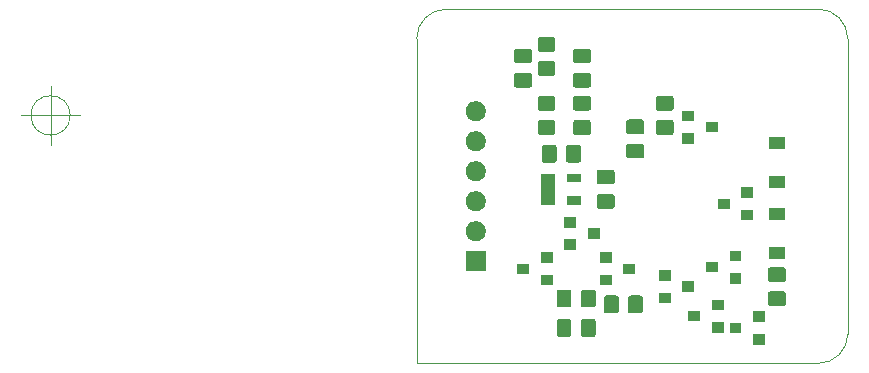
<source format=gbr>
G04 #@! TF.GenerationSoftware,KiCad,Pcbnew,5.1.2*
G04 #@! TF.CreationDate,2019-05-24T19:47:36-03:00*
G04 #@! TF.ProjectId,ouroboros,6f75726f-626f-4726-9f73-2e6b69636164,rev?*
G04 #@! TF.SameCoordinates,Original*
G04 #@! TF.FileFunction,Soldermask,Bot*
G04 #@! TF.FilePolarity,Negative*
%FSLAX46Y46*%
G04 Gerber Fmt 4.6, Leading zero omitted, Abs format (unit mm)*
G04 Created by KiCad (PCBNEW 5.1.2) date 2019-05-24 19:47:36*
%MOMM*%
%LPD*%
G04 APERTURE LIST*
%ADD10C,0.120000*%
%ADD11C,0.050000*%
%ADD12C,0.200000*%
G04 APERTURE END LIST*
D10*
X123000000Y-59000000D02*
G75*
G02X125500000Y-61500000I0J-2500000D01*
G01*
X125500000Y-86500000D02*
G75*
G02X123000000Y-89000000I-2500000J0D01*
G01*
X89000000Y-61500000D02*
G75*
G02X91500000Y-59000000I2500000J0D01*
G01*
D11*
X59666666Y-68000000D02*
G75*
G03X59666666Y-68000000I-1666666J0D01*
G01*
X55500000Y-68000000D02*
X60500000Y-68000000D01*
X58000000Y-65500000D02*
X58000000Y-70500000D01*
D10*
X89000000Y-89000000D02*
X89000000Y-61500000D01*
X123000000Y-89000000D02*
X89000000Y-89000000D01*
X125500000Y-61500000D02*
X125500000Y-86500000D01*
X91500000Y-59000000D02*
X123000000Y-59000000D01*
D12*
G36*
X118501000Y-87401000D02*
G01*
X117499000Y-87401000D01*
X117499000Y-86499000D01*
X118501000Y-86499000D01*
X118501000Y-87401000D01*
X118501000Y-87401000D01*
G37*
G36*
X103988674Y-85253465D02*
G01*
X104026367Y-85264899D01*
X104061103Y-85283466D01*
X104091548Y-85308452D01*
X104116534Y-85338897D01*
X104135101Y-85373633D01*
X104146535Y-85411326D01*
X104151000Y-85456661D01*
X104151000Y-86543339D01*
X104146535Y-86588674D01*
X104135101Y-86626367D01*
X104116534Y-86661103D01*
X104091548Y-86691548D01*
X104061103Y-86716534D01*
X104026367Y-86735101D01*
X103988674Y-86746535D01*
X103943339Y-86751000D01*
X103106661Y-86751000D01*
X103061326Y-86746535D01*
X103023633Y-86735101D01*
X102988897Y-86716534D01*
X102958452Y-86691548D01*
X102933466Y-86661103D01*
X102914899Y-86626367D01*
X102903465Y-86588674D01*
X102899000Y-86543339D01*
X102899000Y-85456661D01*
X102903465Y-85411326D01*
X102914899Y-85373633D01*
X102933466Y-85338897D01*
X102958452Y-85308452D01*
X102988897Y-85283466D01*
X103023633Y-85264899D01*
X103061326Y-85253465D01*
X103106661Y-85249000D01*
X103943339Y-85249000D01*
X103988674Y-85253465D01*
X103988674Y-85253465D01*
G37*
G36*
X101938674Y-85253465D02*
G01*
X101976367Y-85264899D01*
X102011103Y-85283466D01*
X102041548Y-85308452D01*
X102066534Y-85338897D01*
X102085101Y-85373633D01*
X102096535Y-85411326D01*
X102101000Y-85456661D01*
X102101000Y-86543339D01*
X102096535Y-86588674D01*
X102085101Y-86626367D01*
X102066534Y-86661103D01*
X102041548Y-86691548D01*
X102011103Y-86716534D01*
X101976367Y-86735101D01*
X101938674Y-86746535D01*
X101893339Y-86751000D01*
X101056661Y-86751000D01*
X101011326Y-86746535D01*
X100973633Y-86735101D01*
X100938897Y-86716534D01*
X100908452Y-86691548D01*
X100883466Y-86661103D01*
X100864899Y-86626367D01*
X100853465Y-86588674D01*
X100849000Y-86543339D01*
X100849000Y-85456661D01*
X100853465Y-85411326D01*
X100864899Y-85373633D01*
X100883466Y-85338897D01*
X100908452Y-85308452D01*
X100938897Y-85283466D01*
X100973633Y-85264899D01*
X101011326Y-85253465D01*
X101056661Y-85249000D01*
X101893339Y-85249000D01*
X101938674Y-85253465D01*
X101938674Y-85253465D01*
G37*
G36*
X116501000Y-86451000D02*
G01*
X115499000Y-86451000D01*
X115499000Y-85549000D01*
X116501000Y-85549000D01*
X116501000Y-86451000D01*
X116501000Y-86451000D01*
G37*
G36*
X115001000Y-86401000D02*
G01*
X113999000Y-86401000D01*
X113999000Y-85499000D01*
X115001000Y-85499000D01*
X115001000Y-86401000D01*
X115001000Y-86401000D01*
G37*
G36*
X118501000Y-85501000D02*
G01*
X117499000Y-85501000D01*
X117499000Y-84599000D01*
X118501000Y-84599000D01*
X118501000Y-85501000D01*
X118501000Y-85501000D01*
G37*
G36*
X113001000Y-85451000D02*
G01*
X111999000Y-85451000D01*
X111999000Y-84549000D01*
X113001000Y-84549000D01*
X113001000Y-85451000D01*
X113001000Y-85451000D01*
G37*
G36*
X105938674Y-83253465D02*
G01*
X105976367Y-83264899D01*
X106011103Y-83283466D01*
X106041548Y-83308452D01*
X106066534Y-83338897D01*
X106085101Y-83373633D01*
X106096535Y-83411326D01*
X106101000Y-83456661D01*
X106101000Y-84543339D01*
X106096535Y-84588674D01*
X106085101Y-84626367D01*
X106066534Y-84661103D01*
X106041548Y-84691548D01*
X106011103Y-84716534D01*
X105976367Y-84735101D01*
X105938674Y-84746535D01*
X105893339Y-84751000D01*
X105056661Y-84751000D01*
X105011326Y-84746535D01*
X104973633Y-84735101D01*
X104938897Y-84716534D01*
X104908452Y-84691548D01*
X104883466Y-84661103D01*
X104864899Y-84626367D01*
X104853465Y-84588674D01*
X104849000Y-84543339D01*
X104849000Y-83456661D01*
X104853465Y-83411326D01*
X104864899Y-83373633D01*
X104883466Y-83338897D01*
X104908452Y-83308452D01*
X104938897Y-83283466D01*
X104973633Y-83264899D01*
X105011326Y-83253465D01*
X105056661Y-83249000D01*
X105893339Y-83249000D01*
X105938674Y-83253465D01*
X105938674Y-83253465D01*
G37*
G36*
X107988674Y-83253465D02*
G01*
X108026367Y-83264899D01*
X108061103Y-83283466D01*
X108091548Y-83308452D01*
X108116534Y-83338897D01*
X108135101Y-83373633D01*
X108146535Y-83411326D01*
X108151000Y-83456661D01*
X108151000Y-84543339D01*
X108146535Y-84588674D01*
X108135101Y-84626367D01*
X108116534Y-84661103D01*
X108091548Y-84691548D01*
X108061103Y-84716534D01*
X108026367Y-84735101D01*
X107988674Y-84746535D01*
X107943339Y-84751000D01*
X107106661Y-84751000D01*
X107061326Y-84746535D01*
X107023633Y-84735101D01*
X106988897Y-84716534D01*
X106958452Y-84691548D01*
X106933466Y-84661103D01*
X106914899Y-84626367D01*
X106903465Y-84588674D01*
X106899000Y-84543339D01*
X106899000Y-83456661D01*
X106903465Y-83411326D01*
X106914899Y-83373633D01*
X106933466Y-83338897D01*
X106958452Y-83308452D01*
X106988897Y-83283466D01*
X107023633Y-83264899D01*
X107061326Y-83253465D01*
X107106661Y-83249000D01*
X107943339Y-83249000D01*
X107988674Y-83253465D01*
X107988674Y-83253465D01*
G37*
G36*
X115001000Y-84501000D02*
G01*
X113999000Y-84501000D01*
X113999000Y-83599000D01*
X115001000Y-83599000D01*
X115001000Y-84501000D01*
X115001000Y-84501000D01*
G37*
G36*
X101938674Y-82753465D02*
G01*
X101976367Y-82764899D01*
X102011103Y-82783466D01*
X102041548Y-82808452D01*
X102066534Y-82838897D01*
X102085101Y-82873633D01*
X102096535Y-82911326D01*
X102101000Y-82956661D01*
X102101000Y-84043339D01*
X102096535Y-84088674D01*
X102085101Y-84126367D01*
X102066534Y-84161103D01*
X102041548Y-84191548D01*
X102011103Y-84216534D01*
X101976367Y-84235101D01*
X101938674Y-84246535D01*
X101893339Y-84251000D01*
X101056661Y-84251000D01*
X101011326Y-84246535D01*
X100973633Y-84235101D01*
X100938897Y-84216534D01*
X100908452Y-84191548D01*
X100883466Y-84161103D01*
X100864899Y-84126367D01*
X100853465Y-84088674D01*
X100849000Y-84043339D01*
X100849000Y-82956661D01*
X100853465Y-82911326D01*
X100864899Y-82873633D01*
X100883466Y-82838897D01*
X100908452Y-82808452D01*
X100938897Y-82783466D01*
X100973633Y-82764899D01*
X101011326Y-82753465D01*
X101056661Y-82749000D01*
X101893339Y-82749000D01*
X101938674Y-82753465D01*
X101938674Y-82753465D01*
G37*
G36*
X103988674Y-82753465D02*
G01*
X104026367Y-82764899D01*
X104061103Y-82783466D01*
X104091548Y-82808452D01*
X104116534Y-82838897D01*
X104135101Y-82873633D01*
X104146535Y-82911326D01*
X104151000Y-82956661D01*
X104151000Y-84043339D01*
X104146535Y-84088674D01*
X104135101Y-84126367D01*
X104116534Y-84161103D01*
X104091548Y-84191548D01*
X104061103Y-84216534D01*
X104026367Y-84235101D01*
X103988674Y-84246535D01*
X103943339Y-84251000D01*
X103106661Y-84251000D01*
X103061326Y-84246535D01*
X103023633Y-84235101D01*
X102988897Y-84216534D01*
X102958452Y-84191548D01*
X102933466Y-84161103D01*
X102914899Y-84126367D01*
X102903465Y-84088674D01*
X102899000Y-84043339D01*
X102899000Y-82956661D01*
X102903465Y-82911326D01*
X102914899Y-82873633D01*
X102933466Y-82838897D01*
X102958452Y-82808452D01*
X102988897Y-82783466D01*
X103023633Y-82764899D01*
X103061326Y-82753465D01*
X103106661Y-82749000D01*
X103943339Y-82749000D01*
X103988674Y-82753465D01*
X103988674Y-82753465D01*
G37*
G36*
X120088674Y-82903465D02*
G01*
X120126367Y-82914899D01*
X120161103Y-82933466D01*
X120191548Y-82958452D01*
X120216534Y-82988897D01*
X120235101Y-83023633D01*
X120246535Y-83061326D01*
X120251000Y-83106661D01*
X120251000Y-83943339D01*
X120246535Y-83988674D01*
X120235101Y-84026367D01*
X120216534Y-84061103D01*
X120191548Y-84091548D01*
X120161103Y-84116534D01*
X120126367Y-84135101D01*
X120088674Y-84146535D01*
X120043339Y-84151000D01*
X118956661Y-84151000D01*
X118911326Y-84146535D01*
X118873633Y-84135101D01*
X118838897Y-84116534D01*
X118808452Y-84091548D01*
X118783466Y-84061103D01*
X118764899Y-84026367D01*
X118753465Y-83988674D01*
X118749000Y-83943339D01*
X118749000Y-83106661D01*
X118753465Y-83061326D01*
X118764899Y-83023633D01*
X118783466Y-82988897D01*
X118808452Y-82958452D01*
X118838897Y-82933466D01*
X118873633Y-82914899D01*
X118911326Y-82903465D01*
X118956661Y-82899000D01*
X120043339Y-82899000D01*
X120088674Y-82903465D01*
X120088674Y-82903465D01*
G37*
G36*
X110501000Y-83901000D02*
G01*
X109499000Y-83901000D01*
X109499000Y-82999000D01*
X110501000Y-82999000D01*
X110501000Y-83901000D01*
X110501000Y-83901000D01*
G37*
G36*
X112501000Y-82951000D02*
G01*
X111499000Y-82951000D01*
X111499000Y-82049000D01*
X112501000Y-82049000D01*
X112501000Y-82951000D01*
X112501000Y-82951000D01*
G37*
G36*
X100501000Y-82401000D02*
G01*
X99499000Y-82401000D01*
X99499000Y-81499000D01*
X100501000Y-81499000D01*
X100501000Y-82401000D01*
X100501000Y-82401000D01*
G37*
G36*
X105501000Y-82401000D02*
G01*
X104499000Y-82401000D01*
X104499000Y-81499000D01*
X105501000Y-81499000D01*
X105501000Y-82401000D01*
X105501000Y-82401000D01*
G37*
G36*
X116501000Y-82251000D02*
G01*
X115499000Y-82251000D01*
X115499000Y-81349000D01*
X116501000Y-81349000D01*
X116501000Y-82251000D01*
X116501000Y-82251000D01*
G37*
G36*
X120088674Y-80853465D02*
G01*
X120126367Y-80864899D01*
X120161103Y-80883466D01*
X120191548Y-80908452D01*
X120216534Y-80938897D01*
X120235101Y-80973633D01*
X120246535Y-81011326D01*
X120251000Y-81056661D01*
X120251000Y-81893339D01*
X120246535Y-81938674D01*
X120235101Y-81976367D01*
X120216534Y-82011103D01*
X120191548Y-82041548D01*
X120161103Y-82066534D01*
X120126367Y-82085101D01*
X120088674Y-82096535D01*
X120043339Y-82101000D01*
X118956661Y-82101000D01*
X118911326Y-82096535D01*
X118873633Y-82085101D01*
X118838897Y-82066534D01*
X118808452Y-82041548D01*
X118783466Y-82011103D01*
X118764899Y-81976367D01*
X118753465Y-81938674D01*
X118749000Y-81893339D01*
X118749000Y-81056661D01*
X118753465Y-81011326D01*
X118764899Y-80973633D01*
X118783466Y-80938897D01*
X118808452Y-80908452D01*
X118838897Y-80883466D01*
X118873633Y-80864899D01*
X118911326Y-80853465D01*
X118956661Y-80849000D01*
X120043339Y-80849000D01*
X120088674Y-80853465D01*
X120088674Y-80853465D01*
G37*
G36*
X110501000Y-82001000D02*
G01*
X109499000Y-82001000D01*
X109499000Y-81099000D01*
X110501000Y-81099000D01*
X110501000Y-82001000D01*
X110501000Y-82001000D01*
G37*
G36*
X98501000Y-81451000D02*
G01*
X97499000Y-81451000D01*
X97499000Y-80549000D01*
X98501000Y-80549000D01*
X98501000Y-81451000D01*
X98501000Y-81451000D01*
G37*
G36*
X107501000Y-81451000D02*
G01*
X106499000Y-81451000D01*
X106499000Y-80549000D01*
X107501000Y-80549000D01*
X107501000Y-81451000D01*
X107501000Y-81451000D01*
G37*
G36*
X114501000Y-81301000D02*
G01*
X113499000Y-81301000D01*
X113499000Y-80399000D01*
X114501000Y-80399000D01*
X114501000Y-81301000D01*
X114501000Y-81301000D01*
G37*
G36*
X94851000Y-81201000D02*
G01*
X93149000Y-81201000D01*
X93149000Y-79499000D01*
X94851000Y-79499000D01*
X94851000Y-81201000D01*
X94851000Y-81201000D01*
G37*
G36*
X105501000Y-80501000D02*
G01*
X104499000Y-80501000D01*
X104499000Y-79599000D01*
X105501000Y-79599000D01*
X105501000Y-80501000D01*
X105501000Y-80501000D01*
G37*
G36*
X100501000Y-80501000D02*
G01*
X99499000Y-80501000D01*
X99499000Y-79599000D01*
X100501000Y-79599000D01*
X100501000Y-80501000D01*
X100501000Y-80501000D01*
G37*
G36*
X116501000Y-80351000D02*
G01*
X115499000Y-80351000D01*
X115499000Y-79449000D01*
X116501000Y-79449000D01*
X116501000Y-80351000D01*
X116501000Y-80351000D01*
G37*
G36*
X120151000Y-80151000D02*
G01*
X118849000Y-80151000D01*
X118849000Y-79149000D01*
X120151000Y-79149000D01*
X120151000Y-80151000D01*
X120151000Y-80151000D01*
G37*
G36*
X102501000Y-79401000D02*
G01*
X101499000Y-79401000D01*
X101499000Y-78499000D01*
X102501000Y-78499000D01*
X102501000Y-79401000D01*
X102501000Y-79401000D01*
G37*
G36*
X94248228Y-76991703D02*
G01*
X94403100Y-77055853D01*
X94542481Y-77148985D01*
X94661015Y-77267519D01*
X94754147Y-77406900D01*
X94818297Y-77561772D01*
X94851000Y-77726184D01*
X94851000Y-77893816D01*
X94818297Y-78058228D01*
X94754147Y-78213100D01*
X94661015Y-78352481D01*
X94542481Y-78471015D01*
X94403100Y-78564147D01*
X94248228Y-78628297D01*
X94083816Y-78661000D01*
X93916184Y-78661000D01*
X93751772Y-78628297D01*
X93596900Y-78564147D01*
X93457519Y-78471015D01*
X93338985Y-78352481D01*
X93245853Y-78213100D01*
X93181703Y-78058228D01*
X93149000Y-77893816D01*
X93149000Y-77726184D01*
X93181703Y-77561772D01*
X93245853Y-77406900D01*
X93338985Y-77267519D01*
X93457519Y-77148985D01*
X93596900Y-77055853D01*
X93751772Y-76991703D01*
X93916184Y-76959000D01*
X94083816Y-76959000D01*
X94248228Y-76991703D01*
X94248228Y-76991703D01*
G37*
G36*
X104501000Y-78451000D02*
G01*
X103499000Y-78451000D01*
X103499000Y-77549000D01*
X104501000Y-77549000D01*
X104501000Y-78451000D01*
X104501000Y-78451000D01*
G37*
G36*
X102501000Y-77501000D02*
G01*
X101499000Y-77501000D01*
X101499000Y-76599000D01*
X102501000Y-76599000D01*
X102501000Y-77501000D01*
X102501000Y-77501000D01*
G37*
G36*
X117501000Y-76901000D02*
G01*
X116499000Y-76901000D01*
X116499000Y-75999000D01*
X117501000Y-75999000D01*
X117501000Y-76901000D01*
X117501000Y-76901000D01*
G37*
G36*
X120151000Y-76851000D02*
G01*
X118849000Y-76851000D01*
X118849000Y-75849000D01*
X120151000Y-75849000D01*
X120151000Y-76851000D01*
X120151000Y-76851000D01*
G37*
G36*
X94248228Y-74451703D02*
G01*
X94403100Y-74515853D01*
X94542481Y-74608985D01*
X94661015Y-74727519D01*
X94754147Y-74866900D01*
X94818297Y-75021772D01*
X94851000Y-75186184D01*
X94851000Y-75353816D01*
X94818297Y-75518228D01*
X94754147Y-75673100D01*
X94661015Y-75812481D01*
X94542481Y-75931015D01*
X94403100Y-76024147D01*
X94248228Y-76088297D01*
X94083816Y-76121000D01*
X93916184Y-76121000D01*
X93751772Y-76088297D01*
X93596900Y-76024147D01*
X93457519Y-75931015D01*
X93338985Y-75812481D01*
X93245853Y-75673100D01*
X93181703Y-75518228D01*
X93149000Y-75353816D01*
X93149000Y-75186184D01*
X93181703Y-75021772D01*
X93245853Y-74866900D01*
X93338985Y-74727519D01*
X93457519Y-74608985D01*
X93596900Y-74515853D01*
X93751772Y-74451703D01*
X93916184Y-74419000D01*
X94083816Y-74419000D01*
X94248228Y-74451703D01*
X94248228Y-74451703D01*
G37*
G36*
X115501000Y-75951000D02*
G01*
X114499000Y-75951000D01*
X114499000Y-75049000D01*
X115501000Y-75049000D01*
X115501000Y-75951000D01*
X115501000Y-75951000D01*
G37*
G36*
X105588674Y-74653465D02*
G01*
X105626367Y-74664899D01*
X105661103Y-74683466D01*
X105691548Y-74708452D01*
X105716534Y-74738897D01*
X105735101Y-74773633D01*
X105746535Y-74811326D01*
X105751000Y-74856661D01*
X105751000Y-75693339D01*
X105746535Y-75738674D01*
X105735101Y-75776367D01*
X105716534Y-75811103D01*
X105691548Y-75841548D01*
X105661103Y-75866534D01*
X105626367Y-75885101D01*
X105588674Y-75896535D01*
X105543339Y-75901000D01*
X104456661Y-75901000D01*
X104411326Y-75896535D01*
X104373633Y-75885101D01*
X104338897Y-75866534D01*
X104308452Y-75841548D01*
X104283466Y-75811103D01*
X104264899Y-75776367D01*
X104253465Y-75738674D01*
X104249000Y-75693339D01*
X104249000Y-74856661D01*
X104253465Y-74811326D01*
X104264899Y-74773633D01*
X104283466Y-74738897D01*
X104308452Y-74708452D01*
X104338897Y-74683466D01*
X104373633Y-74664899D01*
X104411326Y-74653465D01*
X104456661Y-74649000D01*
X105543339Y-74649000D01*
X105588674Y-74653465D01*
X105588674Y-74653465D01*
G37*
G36*
X102931000Y-75576000D02*
G01*
X101769000Y-75576000D01*
X101769000Y-74824000D01*
X102931000Y-74824000D01*
X102931000Y-75576000D01*
X102931000Y-75576000D01*
G37*
G36*
X100731000Y-75576000D02*
G01*
X99569000Y-75576000D01*
X99569000Y-72924000D01*
X100731000Y-72924000D01*
X100731000Y-75576000D01*
X100731000Y-75576000D01*
G37*
G36*
X117501000Y-75001000D02*
G01*
X116499000Y-75001000D01*
X116499000Y-74099000D01*
X117501000Y-74099000D01*
X117501000Y-75001000D01*
X117501000Y-75001000D01*
G37*
G36*
X120151000Y-74151000D02*
G01*
X118849000Y-74151000D01*
X118849000Y-73149000D01*
X120151000Y-73149000D01*
X120151000Y-74151000D01*
X120151000Y-74151000D01*
G37*
G36*
X105588674Y-72603465D02*
G01*
X105626367Y-72614899D01*
X105661103Y-72633466D01*
X105691548Y-72658452D01*
X105716534Y-72688897D01*
X105735101Y-72723633D01*
X105746535Y-72761326D01*
X105751000Y-72806661D01*
X105751000Y-73643339D01*
X105746535Y-73688674D01*
X105735101Y-73726367D01*
X105716534Y-73761103D01*
X105691548Y-73791548D01*
X105661103Y-73816534D01*
X105626367Y-73835101D01*
X105588674Y-73846535D01*
X105543339Y-73851000D01*
X104456661Y-73851000D01*
X104411326Y-73846535D01*
X104373633Y-73835101D01*
X104338897Y-73816534D01*
X104308452Y-73791548D01*
X104283466Y-73761103D01*
X104264899Y-73726367D01*
X104253465Y-73688674D01*
X104249000Y-73643339D01*
X104249000Y-72806661D01*
X104253465Y-72761326D01*
X104264899Y-72723633D01*
X104283466Y-72688897D01*
X104308452Y-72658452D01*
X104338897Y-72633466D01*
X104373633Y-72614899D01*
X104411326Y-72603465D01*
X104456661Y-72599000D01*
X105543339Y-72599000D01*
X105588674Y-72603465D01*
X105588674Y-72603465D01*
G37*
G36*
X102931000Y-73676000D02*
G01*
X101769000Y-73676000D01*
X101769000Y-72924000D01*
X102931000Y-72924000D01*
X102931000Y-73676000D01*
X102931000Y-73676000D01*
G37*
G36*
X94248228Y-71911703D02*
G01*
X94403100Y-71975853D01*
X94542481Y-72068985D01*
X94661015Y-72187519D01*
X94754147Y-72326900D01*
X94818297Y-72481772D01*
X94851000Y-72646184D01*
X94851000Y-72813816D01*
X94818297Y-72978228D01*
X94754147Y-73133100D01*
X94661015Y-73272481D01*
X94542481Y-73391015D01*
X94403100Y-73484147D01*
X94248228Y-73548297D01*
X94083816Y-73581000D01*
X93916184Y-73581000D01*
X93751772Y-73548297D01*
X93596900Y-73484147D01*
X93457519Y-73391015D01*
X93338985Y-73272481D01*
X93245853Y-73133100D01*
X93181703Y-72978228D01*
X93149000Y-72813816D01*
X93149000Y-72646184D01*
X93181703Y-72481772D01*
X93245853Y-72326900D01*
X93338985Y-72187519D01*
X93457519Y-72068985D01*
X93596900Y-71975853D01*
X93751772Y-71911703D01*
X93916184Y-71879000D01*
X94083816Y-71879000D01*
X94248228Y-71911703D01*
X94248228Y-71911703D01*
G37*
G36*
X102738674Y-70503465D02*
G01*
X102776367Y-70514899D01*
X102811103Y-70533466D01*
X102841548Y-70558452D01*
X102866534Y-70588897D01*
X102885101Y-70623633D01*
X102896535Y-70661326D01*
X102901000Y-70706661D01*
X102901000Y-71793339D01*
X102896535Y-71838674D01*
X102885101Y-71876367D01*
X102866534Y-71911103D01*
X102841548Y-71941548D01*
X102811103Y-71966534D01*
X102776367Y-71985101D01*
X102738674Y-71996535D01*
X102693339Y-72001000D01*
X101856661Y-72001000D01*
X101811326Y-71996535D01*
X101773633Y-71985101D01*
X101738897Y-71966534D01*
X101708452Y-71941548D01*
X101683466Y-71911103D01*
X101664899Y-71876367D01*
X101653465Y-71838674D01*
X101649000Y-71793339D01*
X101649000Y-70706661D01*
X101653465Y-70661326D01*
X101664899Y-70623633D01*
X101683466Y-70588897D01*
X101708452Y-70558452D01*
X101738897Y-70533466D01*
X101773633Y-70514899D01*
X101811326Y-70503465D01*
X101856661Y-70499000D01*
X102693339Y-70499000D01*
X102738674Y-70503465D01*
X102738674Y-70503465D01*
G37*
G36*
X100688674Y-70503465D02*
G01*
X100726367Y-70514899D01*
X100761103Y-70533466D01*
X100791548Y-70558452D01*
X100816534Y-70588897D01*
X100835101Y-70623633D01*
X100846535Y-70661326D01*
X100851000Y-70706661D01*
X100851000Y-71793339D01*
X100846535Y-71838674D01*
X100835101Y-71876367D01*
X100816534Y-71911103D01*
X100791548Y-71941548D01*
X100761103Y-71966534D01*
X100726367Y-71985101D01*
X100688674Y-71996535D01*
X100643339Y-72001000D01*
X99806661Y-72001000D01*
X99761326Y-71996535D01*
X99723633Y-71985101D01*
X99688897Y-71966534D01*
X99658452Y-71941548D01*
X99633466Y-71911103D01*
X99614899Y-71876367D01*
X99603465Y-71838674D01*
X99599000Y-71793339D01*
X99599000Y-70706661D01*
X99603465Y-70661326D01*
X99614899Y-70623633D01*
X99633466Y-70588897D01*
X99658452Y-70558452D01*
X99688897Y-70533466D01*
X99723633Y-70514899D01*
X99761326Y-70503465D01*
X99806661Y-70499000D01*
X100643339Y-70499000D01*
X100688674Y-70503465D01*
X100688674Y-70503465D01*
G37*
G36*
X108088674Y-70403465D02*
G01*
X108126367Y-70414899D01*
X108161103Y-70433466D01*
X108191548Y-70458452D01*
X108216534Y-70488897D01*
X108235101Y-70523633D01*
X108246535Y-70561326D01*
X108251000Y-70606661D01*
X108251000Y-71443339D01*
X108246535Y-71488674D01*
X108235101Y-71526367D01*
X108216534Y-71561103D01*
X108191548Y-71591548D01*
X108161103Y-71616534D01*
X108126367Y-71635101D01*
X108088674Y-71646535D01*
X108043339Y-71651000D01*
X106956661Y-71651000D01*
X106911326Y-71646535D01*
X106873633Y-71635101D01*
X106838897Y-71616534D01*
X106808452Y-71591548D01*
X106783466Y-71561103D01*
X106764899Y-71526367D01*
X106753465Y-71488674D01*
X106749000Y-71443339D01*
X106749000Y-70606661D01*
X106753465Y-70561326D01*
X106764899Y-70523633D01*
X106783466Y-70488897D01*
X106808452Y-70458452D01*
X106838897Y-70433466D01*
X106873633Y-70414899D01*
X106911326Y-70403465D01*
X106956661Y-70399000D01*
X108043339Y-70399000D01*
X108088674Y-70403465D01*
X108088674Y-70403465D01*
G37*
G36*
X94248228Y-69371703D02*
G01*
X94403100Y-69435853D01*
X94542481Y-69528985D01*
X94661015Y-69647519D01*
X94754147Y-69786900D01*
X94818297Y-69941772D01*
X94851000Y-70106184D01*
X94851000Y-70273816D01*
X94818297Y-70438228D01*
X94754147Y-70593100D01*
X94661015Y-70732481D01*
X94542481Y-70851015D01*
X94403100Y-70944147D01*
X94248228Y-71008297D01*
X94083816Y-71041000D01*
X93916184Y-71041000D01*
X93751772Y-71008297D01*
X93596900Y-70944147D01*
X93457519Y-70851015D01*
X93338985Y-70732481D01*
X93245853Y-70593100D01*
X93181703Y-70438228D01*
X93149000Y-70273816D01*
X93149000Y-70106184D01*
X93181703Y-69941772D01*
X93245853Y-69786900D01*
X93338985Y-69647519D01*
X93457519Y-69528985D01*
X93596900Y-69435853D01*
X93751772Y-69371703D01*
X93916184Y-69339000D01*
X94083816Y-69339000D01*
X94248228Y-69371703D01*
X94248228Y-69371703D01*
G37*
G36*
X120151000Y-70851000D02*
G01*
X118849000Y-70851000D01*
X118849000Y-69849000D01*
X120151000Y-69849000D01*
X120151000Y-70851000D01*
X120151000Y-70851000D01*
G37*
G36*
X112501000Y-70401000D02*
G01*
X111499000Y-70401000D01*
X111499000Y-69499000D01*
X112501000Y-69499000D01*
X112501000Y-70401000D01*
X112501000Y-70401000D01*
G37*
G36*
X110588674Y-68403465D02*
G01*
X110626367Y-68414899D01*
X110661103Y-68433466D01*
X110691548Y-68458452D01*
X110716534Y-68488897D01*
X110735101Y-68523633D01*
X110746535Y-68561326D01*
X110751000Y-68606661D01*
X110751000Y-69443339D01*
X110746535Y-69488674D01*
X110735101Y-69526367D01*
X110716534Y-69561103D01*
X110691548Y-69591548D01*
X110661103Y-69616534D01*
X110626367Y-69635101D01*
X110588674Y-69646535D01*
X110543339Y-69651000D01*
X109456661Y-69651000D01*
X109411326Y-69646535D01*
X109373633Y-69635101D01*
X109338897Y-69616534D01*
X109308452Y-69591548D01*
X109283466Y-69561103D01*
X109264899Y-69526367D01*
X109253465Y-69488674D01*
X109249000Y-69443339D01*
X109249000Y-68606661D01*
X109253465Y-68561326D01*
X109264899Y-68523633D01*
X109283466Y-68488897D01*
X109308452Y-68458452D01*
X109338897Y-68433466D01*
X109373633Y-68414899D01*
X109411326Y-68403465D01*
X109456661Y-68399000D01*
X110543339Y-68399000D01*
X110588674Y-68403465D01*
X110588674Y-68403465D01*
G37*
G36*
X103588674Y-68403465D02*
G01*
X103626367Y-68414899D01*
X103661103Y-68433466D01*
X103691548Y-68458452D01*
X103716534Y-68488897D01*
X103735101Y-68523633D01*
X103746535Y-68561326D01*
X103751000Y-68606661D01*
X103751000Y-69443339D01*
X103746535Y-69488674D01*
X103735101Y-69526367D01*
X103716534Y-69561103D01*
X103691548Y-69591548D01*
X103661103Y-69616534D01*
X103626367Y-69635101D01*
X103588674Y-69646535D01*
X103543339Y-69651000D01*
X102456661Y-69651000D01*
X102411326Y-69646535D01*
X102373633Y-69635101D01*
X102338897Y-69616534D01*
X102308452Y-69591548D01*
X102283466Y-69561103D01*
X102264899Y-69526367D01*
X102253465Y-69488674D01*
X102249000Y-69443339D01*
X102249000Y-68606661D01*
X102253465Y-68561326D01*
X102264899Y-68523633D01*
X102283466Y-68488897D01*
X102308452Y-68458452D01*
X102338897Y-68433466D01*
X102373633Y-68414899D01*
X102411326Y-68403465D01*
X102456661Y-68399000D01*
X103543339Y-68399000D01*
X103588674Y-68403465D01*
X103588674Y-68403465D01*
G37*
G36*
X100588674Y-68403465D02*
G01*
X100626367Y-68414899D01*
X100661103Y-68433466D01*
X100691548Y-68458452D01*
X100716534Y-68488897D01*
X100735101Y-68523633D01*
X100746535Y-68561326D01*
X100751000Y-68606661D01*
X100751000Y-69443339D01*
X100746535Y-69488674D01*
X100735101Y-69526367D01*
X100716534Y-69561103D01*
X100691548Y-69591548D01*
X100661103Y-69616534D01*
X100626367Y-69635101D01*
X100588674Y-69646535D01*
X100543339Y-69651000D01*
X99456661Y-69651000D01*
X99411326Y-69646535D01*
X99373633Y-69635101D01*
X99338897Y-69616534D01*
X99308452Y-69591548D01*
X99283466Y-69561103D01*
X99264899Y-69526367D01*
X99253465Y-69488674D01*
X99249000Y-69443339D01*
X99249000Y-68606661D01*
X99253465Y-68561326D01*
X99264899Y-68523633D01*
X99283466Y-68488897D01*
X99308452Y-68458452D01*
X99338897Y-68433466D01*
X99373633Y-68414899D01*
X99411326Y-68403465D01*
X99456661Y-68399000D01*
X100543339Y-68399000D01*
X100588674Y-68403465D01*
X100588674Y-68403465D01*
G37*
G36*
X108088674Y-68353465D02*
G01*
X108126367Y-68364899D01*
X108161103Y-68383466D01*
X108191548Y-68408452D01*
X108216534Y-68438897D01*
X108235101Y-68473633D01*
X108246535Y-68511326D01*
X108251000Y-68556661D01*
X108251000Y-69393339D01*
X108246535Y-69438674D01*
X108235101Y-69476367D01*
X108216534Y-69511103D01*
X108191548Y-69541548D01*
X108161103Y-69566534D01*
X108126367Y-69585101D01*
X108088674Y-69596535D01*
X108043339Y-69601000D01*
X106956661Y-69601000D01*
X106911326Y-69596535D01*
X106873633Y-69585101D01*
X106838897Y-69566534D01*
X106808452Y-69541548D01*
X106783466Y-69511103D01*
X106764899Y-69476367D01*
X106753465Y-69438674D01*
X106749000Y-69393339D01*
X106749000Y-68556661D01*
X106753465Y-68511326D01*
X106764899Y-68473633D01*
X106783466Y-68438897D01*
X106808452Y-68408452D01*
X106838897Y-68383466D01*
X106873633Y-68364899D01*
X106911326Y-68353465D01*
X106956661Y-68349000D01*
X108043339Y-68349000D01*
X108088674Y-68353465D01*
X108088674Y-68353465D01*
G37*
G36*
X114501000Y-69451000D02*
G01*
X113499000Y-69451000D01*
X113499000Y-68549000D01*
X114501000Y-68549000D01*
X114501000Y-69451000D01*
X114501000Y-69451000D01*
G37*
G36*
X112501000Y-68501000D02*
G01*
X111499000Y-68501000D01*
X111499000Y-67599000D01*
X112501000Y-67599000D01*
X112501000Y-68501000D01*
X112501000Y-68501000D01*
G37*
G36*
X94248228Y-66831703D02*
G01*
X94403100Y-66895853D01*
X94542481Y-66988985D01*
X94661015Y-67107519D01*
X94754147Y-67246900D01*
X94818297Y-67401772D01*
X94851000Y-67566184D01*
X94851000Y-67733816D01*
X94818297Y-67898228D01*
X94754147Y-68053100D01*
X94661015Y-68192481D01*
X94542481Y-68311015D01*
X94403100Y-68404147D01*
X94248228Y-68468297D01*
X94083816Y-68501000D01*
X93916184Y-68501000D01*
X93751772Y-68468297D01*
X93596900Y-68404147D01*
X93457519Y-68311015D01*
X93338985Y-68192481D01*
X93245853Y-68053100D01*
X93181703Y-67898228D01*
X93149000Y-67733816D01*
X93149000Y-67566184D01*
X93181703Y-67401772D01*
X93245853Y-67246900D01*
X93338985Y-67107519D01*
X93457519Y-66988985D01*
X93596900Y-66895853D01*
X93751772Y-66831703D01*
X93916184Y-66799000D01*
X94083816Y-66799000D01*
X94248228Y-66831703D01*
X94248228Y-66831703D01*
G37*
G36*
X103588674Y-66353465D02*
G01*
X103626367Y-66364899D01*
X103661103Y-66383466D01*
X103691548Y-66408452D01*
X103716534Y-66438897D01*
X103735101Y-66473633D01*
X103746535Y-66511326D01*
X103751000Y-66556661D01*
X103751000Y-67393339D01*
X103746535Y-67438674D01*
X103735101Y-67476367D01*
X103716534Y-67511103D01*
X103691548Y-67541548D01*
X103661103Y-67566534D01*
X103626367Y-67585101D01*
X103588674Y-67596535D01*
X103543339Y-67601000D01*
X102456661Y-67601000D01*
X102411326Y-67596535D01*
X102373633Y-67585101D01*
X102338897Y-67566534D01*
X102308452Y-67541548D01*
X102283466Y-67511103D01*
X102264899Y-67476367D01*
X102253465Y-67438674D01*
X102249000Y-67393339D01*
X102249000Y-66556661D01*
X102253465Y-66511326D01*
X102264899Y-66473633D01*
X102283466Y-66438897D01*
X102308452Y-66408452D01*
X102338897Y-66383466D01*
X102373633Y-66364899D01*
X102411326Y-66353465D01*
X102456661Y-66349000D01*
X103543339Y-66349000D01*
X103588674Y-66353465D01*
X103588674Y-66353465D01*
G37*
G36*
X110588674Y-66353465D02*
G01*
X110626367Y-66364899D01*
X110661103Y-66383466D01*
X110691548Y-66408452D01*
X110716534Y-66438897D01*
X110735101Y-66473633D01*
X110746535Y-66511326D01*
X110751000Y-66556661D01*
X110751000Y-67393339D01*
X110746535Y-67438674D01*
X110735101Y-67476367D01*
X110716534Y-67511103D01*
X110691548Y-67541548D01*
X110661103Y-67566534D01*
X110626367Y-67585101D01*
X110588674Y-67596535D01*
X110543339Y-67601000D01*
X109456661Y-67601000D01*
X109411326Y-67596535D01*
X109373633Y-67585101D01*
X109338897Y-67566534D01*
X109308452Y-67541548D01*
X109283466Y-67511103D01*
X109264899Y-67476367D01*
X109253465Y-67438674D01*
X109249000Y-67393339D01*
X109249000Y-66556661D01*
X109253465Y-66511326D01*
X109264899Y-66473633D01*
X109283466Y-66438897D01*
X109308452Y-66408452D01*
X109338897Y-66383466D01*
X109373633Y-66364899D01*
X109411326Y-66353465D01*
X109456661Y-66349000D01*
X110543339Y-66349000D01*
X110588674Y-66353465D01*
X110588674Y-66353465D01*
G37*
G36*
X100588674Y-66353465D02*
G01*
X100626367Y-66364899D01*
X100661103Y-66383466D01*
X100691548Y-66408452D01*
X100716534Y-66438897D01*
X100735101Y-66473633D01*
X100746535Y-66511326D01*
X100751000Y-66556661D01*
X100751000Y-67393339D01*
X100746535Y-67438674D01*
X100735101Y-67476367D01*
X100716534Y-67511103D01*
X100691548Y-67541548D01*
X100661103Y-67566534D01*
X100626367Y-67585101D01*
X100588674Y-67596535D01*
X100543339Y-67601000D01*
X99456661Y-67601000D01*
X99411326Y-67596535D01*
X99373633Y-67585101D01*
X99338897Y-67566534D01*
X99308452Y-67541548D01*
X99283466Y-67511103D01*
X99264899Y-67476367D01*
X99253465Y-67438674D01*
X99249000Y-67393339D01*
X99249000Y-66556661D01*
X99253465Y-66511326D01*
X99264899Y-66473633D01*
X99283466Y-66438897D01*
X99308452Y-66408452D01*
X99338897Y-66383466D01*
X99373633Y-66364899D01*
X99411326Y-66353465D01*
X99456661Y-66349000D01*
X100543339Y-66349000D01*
X100588674Y-66353465D01*
X100588674Y-66353465D01*
G37*
G36*
X98588674Y-64403465D02*
G01*
X98626367Y-64414899D01*
X98661103Y-64433466D01*
X98691548Y-64458452D01*
X98716534Y-64488897D01*
X98735101Y-64523633D01*
X98746535Y-64561326D01*
X98751000Y-64606661D01*
X98751000Y-65443339D01*
X98746535Y-65488674D01*
X98735101Y-65526367D01*
X98716534Y-65561103D01*
X98691548Y-65591548D01*
X98661103Y-65616534D01*
X98626367Y-65635101D01*
X98588674Y-65646535D01*
X98543339Y-65651000D01*
X97456661Y-65651000D01*
X97411326Y-65646535D01*
X97373633Y-65635101D01*
X97338897Y-65616534D01*
X97308452Y-65591548D01*
X97283466Y-65561103D01*
X97264899Y-65526367D01*
X97253465Y-65488674D01*
X97249000Y-65443339D01*
X97249000Y-64606661D01*
X97253465Y-64561326D01*
X97264899Y-64523633D01*
X97283466Y-64488897D01*
X97308452Y-64458452D01*
X97338897Y-64433466D01*
X97373633Y-64414899D01*
X97411326Y-64403465D01*
X97456661Y-64399000D01*
X98543339Y-64399000D01*
X98588674Y-64403465D01*
X98588674Y-64403465D01*
G37*
G36*
X103588674Y-64403465D02*
G01*
X103626367Y-64414899D01*
X103661103Y-64433466D01*
X103691548Y-64458452D01*
X103716534Y-64488897D01*
X103735101Y-64523633D01*
X103746535Y-64561326D01*
X103751000Y-64606661D01*
X103751000Y-65443339D01*
X103746535Y-65488674D01*
X103735101Y-65526367D01*
X103716534Y-65561103D01*
X103691548Y-65591548D01*
X103661103Y-65616534D01*
X103626367Y-65635101D01*
X103588674Y-65646535D01*
X103543339Y-65651000D01*
X102456661Y-65651000D01*
X102411326Y-65646535D01*
X102373633Y-65635101D01*
X102338897Y-65616534D01*
X102308452Y-65591548D01*
X102283466Y-65561103D01*
X102264899Y-65526367D01*
X102253465Y-65488674D01*
X102249000Y-65443339D01*
X102249000Y-64606661D01*
X102253465Y-64561326D01*
X102264899Y-64523633D01*
X102283466Y-64488897D01*
X102308452Y-64458452D01*
X102338897Y-64433466D01*
X102373633Y-64414899D01*
X102411326Y-64403465D01*
X102456661Y-64399000D01*
X103543339Y-64399000D01*
X103588674Y-64403465D01*
X103588674Y-64403465D01*
G37*
G36*
X100588674Y-63403465D02*
G01*
X100626367Y-63414899D01*
X100661103Y-63433466D01*
X100691548Y-63458452D01*
X100716534Y-63488897D01*
X100735101Y-63523633D01*
X100746535Y-63561326D01*
X100751000Y-63606661D01*
X100751000Y-64443339D01*
X100746535Y-64488674D01*
X100735101Y-64526367D01*
X100716534Y-64561103D01*
X100691548Y-64591548D01*
X100661103Y-64616534D01*
X100626367Y-64635101D01*
X100588674Y-64646535D01*
X100543339Y-64651000D01*
X99456661Y-64651000D01*
X99411326Y-64646535D01*
X99373633Y-64635101D01*
X99338897Y-64616534D01*
X99308452Y-64591548D01*
X99283466Y-64561103D01*
X99264899Y-64526367D01*
X99253465Y-64488674D01*
X99249000Y-64443339D01*
X99249000Y-63606661D01*
X99253465Y-63561326D01*
X99264899Y-63523633D01*
X99283466Y-63488897D01*
X99308452Y-63458452D01*
X99338897Y-63433466D01*
X99373633Y-63414899D01*
X99411326Y-63403465D01*
X99456661Y-63399000D01*
X100543339Y-63399000D01*
X100588674Y-63403465D01*
X100588674Y-63403465D01*
G37*
G36*
X103588674Y-62353465D02*
G01*
X103626367Y-62364899D01*
X103661103Y-62383466D01*
X103691548Y-62408452D01*
X103716534Y-62438897D01*
X103735101Y-62473633D01*
X103746535Y-62511326D01*
X103751000Y-62556661D01*
X103751000Y-63393339D01*
X103746535Y-63438674D01*
X103735101Y-63476367D01*
X103716534Y-63511103D01*
X103691548Y-63541548D01*
X103661103Y-63566534D01*
X103626367Y-63585101D01*
X103588674Y-63596535D01*
X103543339Y-63601000D01*
X102456661Y-63601000D01*
X102411326Y-63596535D01*
X102373633Y-63585101D01*
X102338897Y-63566534D01*
X102308452Y-63541548D01*
X102283466Y-63511103D01*
X102264899Y-63476367D01*
X102253465Y-63438674D01*
X102249000Y-63393339D01*
X102249000Y-62556661D01*
X102253465Y-62511326D01*
X102264899Y-62473633D01*
X102283466Y-62438897D01*
X102308452Y-62408452D01*
X102338897Y-62383466D01*
X102373633Y-62364899D01*
X102411326Y-62353465D01*
X102456661Y-62349000D01*
X103543339Y-62349000D01*
X103588674Y-62353465D01*
X103588674Y-62353465D01*
G37*
G36*
X98588674Y-62353465D02*
G01*
X98626367Y-62364899D01*
X98661103Y-62383466D01*
X98691548Y-62408452D01*
X98716534Y-62438897D01*
X98735101Y-62473633D01*
X98746535Y-62511326D01*
X98751000Y-62556661D01*
X98751000Y-63393339D01*
X98746535Y-63438674D01*
X98735101Y-63476367D01*
X98716534Y-63511103D01*
X98691548Y-63541548D01*
X98661103Y-63566534D01*
X98626367Y-63585101D01*
X98588674Y-63596535D01*
X98543339Y-63601000D01*
X97456661Y-63601000D01*
X97411326Y-63596535D01*
X97373633Y-63585101D01*
X97338897Y-63566534D01*
X97308452Y-63541548D01*
X97283466Y-63511103D01*
X97264899Y-63476367D01*
X97253465Y-63438674D01*
X97249000Y-63393339D01*
X97249000Y-62556661D01*
X97253465Y-62511326D01*
X97264899Y-62473633D01*
X97283466Y-62438897D01*
X97308452Y-62408452D01*
X97338897Y-62383466D01*
X97373633Y-62364899D01*
X97411326Y-62353465D01*
X97456661Y-62349000D01*
X98543339Y-62349000D01*
X98588674Y-62353465D01*
X98588674Y-62353465D01*
G37*
G36*
X100588674Y-61353465D02*
G01*
X100626367Y-61364899D01*
X100661103Y-61383466D01*
X100691548Y-61408452D01*
X100716534Y-61438897D01*
X100735101Y-61473633D01*
X100746535Y-61511326D01*
X100751000Y-61556661D01*
X100751000Y-62393339D01*
X100746535Y-62438674D01*
X100735101Y-62476367D01*
X100716534Y-62511103D01*
X100691548Y-62541548D01*
X100661103Y-62566534D01*
X100626367Y-62585101D01*
X100588674Y-62596535D01*
X100543339Y-62601000D01*
X99456661Y-62601000D01*
X99411326Y-62596535D01*
X99373633Y-62585101D01*
X99338897Y-62566534D01*
X99308452Y-62541548D01*
X99283466Y-62511103D01*
X99264899Y-62476367D01*
X99253465Y-62438674D01*
X99249000Y-62393339D01*
X99249000Y-61556661D01*
X99253465Y-61511326D01*
X99264899Y-61473633D01*
X99283466Y-61438897D01*
X99308452Y-61408452D01*
X99338897Y-61383466D01*
X99373633Y-61364899D01*
X99411326Y-61353465D01*
X99456661Y-61349000D01*
X100543339Y-61349000D01*
X100588674Y-61353465D01*
X100588674Y-61353465D01*
G37*
M02*

</source>
